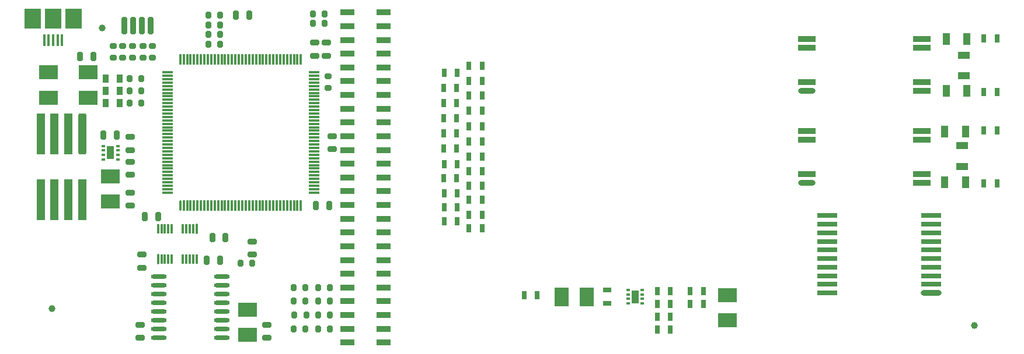
<source format=gtp>
G04*
G04 #@! TF.GenerationSoftware,Altium Limited,Altium Designer,20.0.2 (26)*
G04*
G04 Layer_Color=8421504*
%FSLAX44Y44*%
%MOMM*%
G71*
G01*
G75*
%ADD18R,0.8000X1.3000*%
%ADD19R,1.0000X1.7000*%
%ADD20R,1.7000X1.0000*%
%ADD21R,2.8000X2.0000*%
%ADD22R,1.1000X1.9000*%
%ADD23R,0.5000X0.4000*%
G04:AMPARAMS|DCode=24|XSize=0.4mm|YSize=0.5mm|CornerRadius=0.1mm|HoleSize=0mm|Usage=FLASHONLY|Rotation=90.000|XOffset=0mm|YOffset=0mm|HoleType=Round|Shape=RoundedRectangle|*
%AMROUNDEDRECTD24*
21,1,0.4000,0.3000,0,0,90.0*
21,1,0.2000,0.5000,0,0,90.0*
1,1,0.2000,0.1500,0.1000*
1,1,0.2000,0.1500,-0.1000*
1,1,0.2000,-0.1500,-0.1000*
1,1,0.2000,-0.1500,0.1000*
%
%ADD24ROUNDEDRECTD24*%
%ADD25R,1.3000X0.8000*%
%ADD26R,2.0000X2.8000*%
%ADD27R,2.5000X0.8128*%
%ADD28O,2.5000X0.8128*%
%ADD29R,3.0000X0.8000*%
%ADD30O,3.0000X0.8000*%
G04:AMPARAMS|DCode=31|XSize=0.8mm|YSize=1.3mm|CornerRadius=0.2mm|HoleSize=0mm|Usage=FLASHONLY|Rotation=180.000|XOffset=0mm|YOffset=0mm|HoleType=Round|Shape=RoundedRectangle|*
%AMROUNDEDRECTD31*
21,1,0.8000,0.9000,0,0,180.0*
21,1,0.4000,1.3000,0,0,180.0*
1,1,0.4000,-0.2000,0.4500*
1,1,0.4000,0.2000,0.4500*
1,1,0.4000,0.2000,-0.4500*
1,1,0.4000,-0.2000,-0.4500*
%
%ADD31ROUNDEDRECTD31*%
%ADD32R,1.2000X6.0000*%
G04:AMPARAMS|DCode=33|XSize=6mm|YSize=1.2mm|CornerRadius=0.3mm|HoleSize=0mm|Usage=FLASHONLY|Rotation=270.000|XOffset=0mm|YOffset=0mm|HoleType=Round|Shape=RoundedRectangle|*
%AMROUNDEDRECTD33*
21,1,6.0000,0.6000,0,0,270.0*
21,1,5.4000,1.2000,0,0,270.0*
1,1,0.6000,-0.3000,-2.7000*
1,1,0.6000,-0.3000,2.7000*
1,1,0.6000,0.3000,2.7000*
1,1,0.6000,0.3000,-2.7000*
%
%ADD33ROUNDEDRECTD33*%
G04:AMPARAMS|DCode=34|XSize=0.8mm|YSize=1.3mm|CornerRadius=0.2mm|HoleSize=0mm|Usage=FLASHONLY|Rotation=270.000|XOffset=0mm|YOffset=0mm|HoleType=Round|Shape=RoundedRectangle|*
%AMROUNDEDRECTD34*
21,1,0.8000,0.9000,0,0,270.0*
21,1,0.4000,1.3000,0,0,270.0*
1,1,0.4000,-0.4500,-0.2000*
1,1,0.4000,-0.4500,0.2000*
1,1,0.4000,0.4500,0.2000*
1,1,0.4000,0.4500,-0.2000*
%
%ADD34ROUNDEDRECTD34*%
G04:AMPARAMS|DCode=35|XSize=0.8mm|YSize=1mm|CornerRadius=0.2mm|HoleSize=0mm|Usage=FLASHONLY|Rotation=0.000|XOffset=0mm|YOffset=0mm|HoleType=Round|Shape=RoundedRectangle|*
%AMROUNDEDRECTD35*
21,1,0.8000,0.6000,0,0,0.0*
21,1,0.4000,1.0000,0,0,0.0*
1,1,0.4000,0.2000,-0.3000*
1,1,0.4000,-0.2000,-0.3000*
1,1,0.4000,-0.2000,0.3000*
1,1,0.4000,0.2000,0.3000*
%
%ADD35ROUNDEDRECTD35*%
%ADD36R,0.3000X1.4500*%
G04:AMPARAMS|DCode=37|XSize=0.3mm|YSize=1.45mm|CornerRadius=0.075mm|HoleSize=0mm|Usage=FLASHONLY|Rotation=0.000|XOffset=0mm|YOffset=0mm|HoleType=Round|Shape=RoundedRectangle|*
%AMROUNDEDRECTD37*
21,1,0.3000,1.3000,0,0,0.0*
21,1,0.1500,1.4500,0,0,0.0*
1,1,0.1500,0.0750,-0.6500*
1,1,0.1500,-0.0750,-0.6500*
1,1,0.1500,-0.0750,0.6500*
1,1,0.1500,0.0750,0.6500*
%
%ADD37ROUNDEDRECTD37*%
G04:AMPARAMS|DCode=38|XSize=0.8mm|YSize=1mm|CornerRadius=0.2mm|HoleSize=0mm|Usage=FLASHONLY|Rotation=270.000|XOffset=0mm|YOffset=0mm|HoleType=Round|Shape=RoundedRectangle|*
%AMROUNDEDRECTD38*
21,1,0.8000,0.6000,0,0,270.0*
21,1,0.4000,1.0000,0,0,270.0*
1,1,0.4000,-0.3000,-0.2000*
1,1,0.4000,-0.3000,0.2000*
1,1,0.4000,0.3000,0.2000*
1,1,0.4000,0.3000,-0.2000*
%
%ADD38ROUNDEDRECTD38*%
%ADD39R,0.8890X1.2700*%
G04:AMPARAMS|DCode=40|XSize=2.54mm|YSize=0.9144mm|CornerRadius=0mm|HoleSize=0mm|Usage=FLASHONLY|Rotation=90.000|XOffset=0mm|YOffset=0mm|HoleType=Round|Shape=Octagon|*
%AMOCTAGOND40*
4,1,8,0.2286,1.2700,-0.2286,1.2700,-0.4572,1.0414,-0.4572,-1.0414,-0.2286,-1.2700,0.2286,-1.2700,0.4572,-1.0414,0.4572,1.0414,0.2286,1.2700,0.0*
%
%ADD40OCTAGOND40*%

%ADD41R,2.4000X3.0000*%
%ADD42R,0.4000X1.7500*%
%ADD43O,2.3000X0.6000*%
%ADD44R,1.6000X0.3500*%
%ADD45R,0.3500X1.6000*%
%ADD46O,0.3500X1.6000*%
%ADD47R,2.1000X0.8900*%
%ADD48C,1.0000*%
D18*
X3275128Y450640D02*
D03*
X3256128D02*
D03*
X2849520Y275973D02*
D03*
X2830520D02*
D03*
X2849520Y294640D02*
D03*
X2830520D02*
D03*
X2782570D02*
D03*
X2801570D02*
D03*
X2782570Y275973D02*
D03*
X2801570D02*
D03*
X2801520Y257307D02*
D03*
X2782520D02*
D03*
X2801520Y238640D02*
D03*
X2782520D02*
D03*
X2589520Y288640D02*
D03*
X2608520D02*
D03*
X2509520Y621640D02*
D03*
X2528520D02*
D03*
X2509520Y599640D02*
D03*
X2528520D02*
D03*
X2509520Y578640D02*
D03*
X2528520D02*
D03*
X2509520Y556640D02*
D03*
X2528520D02*
D03*
X2509520Y533640D02*
D03*
X2528520D02*
D03*
X2509520Y511640D02*
D03*
X2528520D02*
D03*
X2509520Y489640D02*
D03*
X2528520D02*
D03*
X2509520Y468640D02*
D03*
X2528520D02*
D03*
X2509520Y447640D02*
D03*
X2528520D02*
D03*
X2509520Y427640D02*
D03*
X2528520D02*
D03*
X2509520Y405640D02*
D03*
X2528520D02*
D03*
X2509520Y385640D02*
D03*
X2528520D02*
D03*
X2473520Y395640D02*
D03*
X2492520D02*
D03*
X2473520Y416640D02*
D03*
X2492520D02*
D03*
X2473520Y436640D02*
D03*
X2492520D02*
D03*
X2472520Y458640D02*
D03*
X2491520D02*
D03*
X2473520Y478640D02*
D03*
X2492520D02*
D03*
X2472520Y501640D02*
D03*
X2491520D02*
D03*
X2472520Y523640D02*
D03*
X2491520D02*
D03*
X2472520Y545640D02*
D03*
X2491520D02*
D03*
X2472520Y567640D02*
D03*
X2491520D02*
D03*
X2472520Y589640D02*
D03*
X2491520D02*
D03*
X2473520Y612270D02*
D03*
X2492520D02*
D03*
X3275128Y528270D02*
D03*
X3256128D02*
D03*
Y661640D02*
D03*
X3275128D02*
D03*
X3256128Y583640D02*
D03*
X3275128D02*
D03*
D19*
X3199520Y452640D02*
D03*
X3229520D02*
D03*
X3201520Y585640D02*
D03*
X3231520D02*
D03*
Y660640D02*
D03*
X3201520D02*
D03*
X3229520Y526640D02*
D03*
X3199520D02*
D03*
D20*
X3224520Y475640D02*
D03*
Y505640D02*
D03*
X3227520Y607640D02*
D03*
Y637640D02*
D03*
D21*
X2884520Y251810D02*
D03*
Y288640D02*
D03*
X1899520Y612470D02*
D03*
Y575640D02*
D03*
X1957520D02*
D03*
Y612470D02*
D03*
X1989520Y424640D02*
D03*
Y461470D02*
D03*
X2188520Y267470D02*
D03*
Y230640D02*
D03*
D22*
X2750520Y286260D02*
D03*
X1989520Y495640D02*
D03*
D23*
X2761020Y276510D02*
D03*
Y283010D02*
D03*
Y289510D02*
D03*
Y296010D02*
D03*
X2740020Y276510D02*
D03*
Y283010D02*
D03*
Y289510D02*
D03*
X2000020Y485890D02*
D03*
Y492390D02*
D03*
Y498890D02*
D03*
Y505390D02*
D03*
X1979020Y485890D02*
D03*
Y492390D02*
D03*
Y498890D02*
D03*
D24*
X2740020Y296010D02*
D03*
X1979020Y505390D02*
D03*
D25*
X2709520Y276910D02*
D03*
Y295910D02*
D03*
D26*
X2680520Y285640D02*
D03*
X2643690D02*
D03*
D27*
X3166520Y598640D02*
D03*
Y585940D02*
D03*
Y648640D02*
D03*
Y661140D02*
D03*
X2999520D02*
D03*
Y648640D02*
D03*
Y598640D02*
D03*
X3166520Y464640D02*
D03*
Y451940D02*
D03*
Y514640D02*
D03*
Y527140D02*
D03*
X2999520D02*
D03*
Y514640D02*
D03*
Y464640D02*
D03*
D28*
Y585940D02*
D03*
Y451940D02*
D03*
D29*
X3029520Y379140D02*
D03*
X3179520Y354140D02*
D03*
X3029520Y341640D02*
D03*
Y291640D02*
D03*
Y329140D02*
D03*
Y304140D02*
D03*
Y316640D02*
D03*
Y354140D02*
D03*
X3179520Y304140D02*
D03*
Y316640D02*
D03*
Y329140D02*
D03*
Y341640D02*
D03*
Y366640D02*
D03*
Y379140D02*
D03*
Y391640D02*
D03*
X3029520Y366640D02*
D03*
Y391640D02*
D03*
Y404140D02*
D03*
X3179520D02*
D03*
D30*
Y291640D02*
D03*
D31*
X1964520Y635640D02*
D03*
X1945520D02*
D03*
X1979520Y521640D02*
D03*
X1998520D02*
D03*
X2156520Y372640D02*
D03*
X2137520D02*
D03*
X2148520Y339640D02*
D03*
X2129520D02*
D03*
X2058520Y402640D02*
D03*
X2039520D02*
D03*
X2287520Y418640D02*
D03*
X2306520D02*
D03*
X2171520Y695640D02*
D03*
X2190520D02*
D03*
D32*
X1888520Y522640D02*
D03*
X1908520D02*
D03*
X1888520Y427640D02*
D03*
X1928520Y522640D02*
D03*
X1908520Y427640D02*
D03*
X1948520D02*
D03*
X1928520D02*
D03*
D33*
X1948520Y522640D02*
D03*
D34*
X2195520Y347640D02*
D03*
Y366640D02*
D03*
X2018520Y418640D02*
D03*
Y437640D02*
D03*
X2035520Y347640D02*
D03*
Y328640D02*
D03*
X2032520Y245640D02*
D03*
Y226640D02*
D03*
X2216520Y245640D02*
D03*
Y226640D02*
D03*
X2311520Y500640D02*
D03*
Y519640D02*
D03*
X2302520Y636640D02*
D03*
Y655640D02*
D03*
X2285520D02*
D03*
Y636640D02*
D03*
X2018520Y518640D02*
D03*
Y499640D02*
D03*
Y463640D02*
D03*
Y482640D02*
D03*
D35*
X2178520Y334640D02*
D03*
X2195520D02*
D03*
X2307482Y299640D02*
D03*
X2290482D02*
D03*
X2307482Y279640D02*
D03*
X2290482D02*
D03*
X2307482Y259640D02*
D03*
X2290482D02*
D03*
X2307482Y239640D02*
D03*
X2290482D02*
D03*
X2255520D02*
D03*
X2272520D02*
D03*
X2256520Y259640D02*
D03*
X2273520D02*
D03*
X2255520Y279640D02*
D03*
X2272520D02*
D03*
X2255520Y299640D02*
D03*
X2272520D02*
D03*
X2017520Y585640D02*
D03*
X2034520D02*
D03*
X2017520Y567640D02*
D03*
X2034520D02*
D03*
Y603640D02*
D03*
X2017520D02*
D03*
X2300520Y683640D02*
D03*
X2283520D02*
D03*
Y697640D02*
D03*
X2300520D02*
D03*
X2148520Y653640D02*
D03*
X2131520D02*
D03*
Y667640D02*
D03*
X2148520D02*
D03*
Y681640D02*
D03*
X2131520D02*
D03*
Y695640D02*
D03*
X2148520D02*
D03*
D36*
X2094520Y340640D02*
D03*
X2099520D02*
D03*
X2104520D02*
D03*
X2109520D02*
D03*
X2114520D02*
D03*
X2094520Y384640D02*
D03*
X2099520D02*
D03*
X2104520D02*
D03*
X2109520D02*
D03*
X2078520D02*
D03*
X2073520D02*
D03*
X2068520D02*
D03*
X2063520D02*
D03*
X2058520D02*
D03*
X2078520Y340640D02*
D03*
X2073520D02*
D03*
X2068520D02*
D03*
X2063520D02*
D03*
D37*
X2114520Y384640D02*
D03*
X2058520Y340640D02*
D03*
D38*
X2036520Y633640D02*
D03*
Y650640D02*
D03*
X2021520Y650640D02*
D03*
Y633640D02*
D03*
X2007520Y633640D02*
D03*
Y650640D02*
D03*
X1993520Y650640D02*
D03*
Y633640D02*
D03*
X2305520Y589640D02*
D03*
Y606640D02*
D03*
X2050520Y633640D02*
D03*
Y650640D02*
D03*
D39*
X2002840Y567640D02*
D03*
X1982520D02*
D03*
X2002840Y585640D02*
D03*
X1982520D02*
D03*
X2002840Y603640D02*
D03*
X1982520D02*
D03*
D40*
X2010080Y680700D02*
D03*
X2022780D02*
D03*
X2035480D02*
D03*
X2048180D02*
D03*
D41*
X1936270Y690890D02*
D03*
X1876770D02*
D03*
X1906520D02*
D03*
D42*
X1900020Y659640D02*
D03*
X1906520D02*
D03*
X1913020D02*
D03*
X1919520D02*
D03*
X1893520D02*
D03*
D43*
X2151520Y226540D02*
D03*
Y239240D02*
D03*
Y251940D02*
D03*
Y264640D02*
D03*
Y277340D02*
D03*
Y290040D02*
D03*
Y302740D02*
D03*
Y315440D02*
D03*
X2060020Y226540D02*
D03*
Y239240D02*
D03*
Y251940D02*
D03*
Y264640D02*
D03*
Y277340D02*
D03*
Y290040D02*
D03*
Y302740D02*
D03*
Y315440D02*
D03*
D44*
X2072020Y437640D02*
D03*
Y442640D02*
D03*
Y447640D02*
D03*
Y452640D02*
D03*
Y457640D02*
D03*
Y462640D02*
D03*
Y467640D02*
D03*
Y472640D02*
D03*
Y477640D02*
D03*
Y482640D02*
D03*
Y487640D02*
D03*
Y492640D02*
D03*
Y497640D02*
D03*
Y502640D02*
D03*
Y507640D02*
D03*
Y512640D02*
D03*
Y517640D02*
D03*
Y522640D02*
D03*
Y527640D02*
D03*
Y532640D02*
D03*
Y537640D02*
D03*
Y542640D02*
D03*
Y547640D02*
D03*
Y552640D02*
D03*
Y557640D02*
D03*
Y562640D02*
D03*
Y567640D02*
D03*
Y572640D02*
D03*
Y577640D02*
D03*
Y582640D02*
D03*
Y587640D02*
D03*
Y592640D02*
D03*
Y597640D02*
D03*
Y602640D02*
D03*
Y607640D02*
D03*
Y612640D02*
D03*
X2284520D02*
D03*
Y607640D02*
D03*
Y602640D02*
D03*
Y597640D02*
D03*
Y592640D02*
D03*
Y587640D02*
D03*
Y582640D02*
D03*
Y577640D02*
D03*
Y572640D02*
D03*
Y567640D02*
D03*
Y562640D02*
D03*
Y557640D02*
D03*
Y552640D02*
D03*
Y547640D02*
D03*
Y542640D02*
D03*
Y537640D02*
D03*
Y532640D02*
D03*
Y527640D02*
D03*
Y522640D02*
D03*
Y517640D02*
D03*
Y512640D02*
D03*
Y507640D02*
D03*
Y502640D02*
D03*
Y497640D02*
D03*
Y492640D02*
D03*
Y487640D02*
D03*
Y482640D02*
D03*
Y477640D02*
D03*
Y472640D02*
D03*
Y467640D02*
D03*
Y462640D02*
D03*
Y457640D02*
D03*
Y452640D02*
D03*
Y447640D02*
D03*
Y442640D02*
D03*
Y437640D02*
D03*
D45*
X2090770Y631390D02*
D03*
X2095770D02*
D03*
X2100770D02*
D03*
X2105770D02*
D03*
X2120770D02*
D03*
X2125770D02*
D03*
X2130770D02*
D03*
X2135770D02*
D03*
X2140770D02*
D03*
X2145770D02*
D03*
X2150770D02*
D03*
X2155770D02*
D03*
X2160770D02*
D03*
X2165770D02*
D03*
X2170770D02*
D03*
X2175770D02*
D03*
X2180770D02*
D03*
X2185770D02*
D03*
X2190770D02*
D03*
X2195770D02*
D03*
X2200770D02*
D03*
X2205770D02*
D03*
X2210770D02*
D03*
X2215770D02*
D03*
X2220770D02*
D03*
X2225770D02*
D03*
X2230770D02*
D03*
X2235770D02*
D03*
X2240770D02*
D03*
X2245770D02*
D03*
X2250770D02*
D03*
X2255770D02*
D03*
X2260770D02*
D03*
X2265770D02*
D03*
Y418890D02*
D03*
X2260770D02*
D03*
X2255770D02*
D03*
X2250770D02*
D03*
X2245770D02*
D03*
X2240770D02*
D03*
X2235770D02*
D03*
X2230770D02*
D03*
X2225770D02*
D03*
X2220770D02*
D03*
X2215770D02*
D03*
X2210770D02*
D03*
X2205770D02*
D03*
X2200770D02*
D03*
X2195770D02*
D03*
X2190770D02*
D03*
X2185770D02*
D03*
X2180770D02*
D03*
X2175770D02*
D03*
X2170770D02*
D03*
X2165770D02*
D03*
X2160770D02*
D03*
X2155770D02*
D03*
X2150770D02*
D03*
X2145770D02*
D03*
X2140770D02*
D03*
X2135770D02*
D03*
X2130770D02*
D03*
X2125770D02*
D03*
X2120770D02*
D03*
X2115770D02*
D03*
X2110770D02*
D03*
X2105770D02*
D03*
X2100770D02*
D03*
X2095770D02*
D03*
X2115770Y631390D02*
D03*
X2110770D02*
D03*
D46*
X2090770Y418890D02*
D03*
D47*
X2386020Y239640D02*
D03*
Y219640D02*
D03*
Y259640D02*
D03*
Y279640D02*
D03*
Y359640D02*
D03*
Y339640D02*
D03*
Y299640D02*
D03*
Y319640D02*
D03*
Y399640D02*
D03*
Y379640D02*
D03*
X2333020D02*
D03*
Y399640D02*
D03*
Y339640D02*
D03*
Y299640D02*
D03*
Y319640D02*
D03*
Y359640D02*
D03*
Y279640D02*
D03*
Y239640D02*
D03*
Y219640D02*
D03*
Y259640D02*
D03*
X2386020Y539640D02*
D03*
Y519640D02*
D03*
Y559640D02*
D03*
Y579640D02*
D03*
Y659640D02*
D03*
Y639640D02*
D03*
Y599640D02*
D03*
Y619640D02*
D03*
Y699640D02*
D03*
Y679640D02*
D03*
X2333020D02*
D03*
Y699640D02*
D03*
Y639640D02*
D03*
Y599640D02*
D03*
Y619640D02*
D03*
Y659640D02*
D03*
Y579640D02*
D03*
Y539640D02*
D03*
Y519640D02*
D03*
Y559640D02*
D03*
X2386014Y459640D02*
D03*
Y439640D02*
D03*
Y419640D02*
D03*
Y499640D02*
D03*
Y479640D02*
D03*
X2333014D02*
D03*
Y499640D02*
D03*
Y439640D02*
D03*
Y419640D02*
D03*
Y459640D02*
D03*
D48*
X1977520Y676640D02*
D03*
X1904520Y268640D02*
D03*
X3242520Y244640D02*
D03*
M02*

</source>
